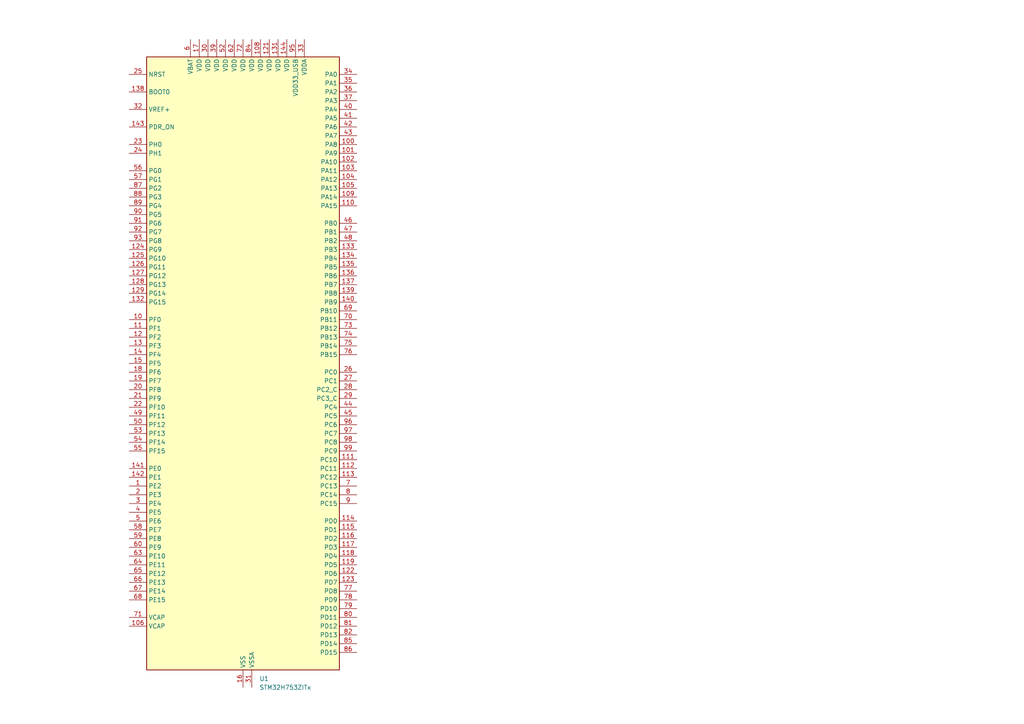
<source format=kicad_sch>
(kicad_sch (version 20231120) (generator "eeschema") (generator_version "8.0")
  (paper "A4")
  (lib_symbols
    (symbol "MCU_ST_STM32H7:STM32H753ZITx"
      (property "Reference" "U" (at -27.94 90.17 0))
      (property "Value" "STM32H753ZITx" (at 20.32 90.17 0))
      (symbol "STM32H753ZITx_0_1"
        (rectangle (start -27.94 -88.9) (end 27.94 88.9) (stroke (width 0.254)) (fill (type background)))
      )
      (symbol "STM32H753ZITx_1_1"
        (pin bidirectional line (at -33.02 -35.56 0) (length 5.08) (name "PE2") (number "1"))
        (pin bidirectional line (at -33.02 12.7 0) (length 5.08) (name "PF0") (number "10"))
        (pin bidirectional line (at 33.02 63.5 180) (length 5.08) (name "PA8") (number "100"))
        (pin bidirectional line (at 33.02 60.96 180) (length 5.08) (name "PA9") (number "101"))
        (pin bidirectional line (at 33.02 58.42 180) (length 5.08) (name "PA10") (number "102"))
        (pin bidirectional line (at 33.02 55.88 180) (length 5.08) (name "PA11") (number "103"))
        (pin bidirectional line (at 33.02 53.34 180) (length 5.08) (name "PA12") (number "104"))
        (pin bidirectional line (at 33.02 50.8 180) (length 5.08) (name "PA13") (number "105"))
        (pin power_out line (at -33.02 -76.2 0) (length 5.08) (name "VCAP") (number "106"))
        (pin passive line (at 0 -93.98 90) (length 5.08) hide (name "VSS") (number "107"))
        (pin power_in line (at 5.08 93.98 270) (length 5.08) (name "VDD") (number "108"))
        (pin bidirectional line (at 33.02 48.26 180) (length 5.08) (name "PA14") (number "109"))
        (pin bidirectional line (at -33.02 10.16 0) (length 5.08) (name "PF1") (number "11"))
        (pin bidirectional line (at 33.02 45.72 180) (length 5.08) (name "PA15") (number "110"))
        (pin bidirectional line (at 33.02 -27.94 180) (length 5.08) (name "PC10") (number "111"))
        (pin bidirectional line (at 33.02 -30.48 180) (length 5.08) (name "PC11") (number "112"))
        (pin bidirectional line (at 33.02 -33.02 180) (length 5.08) (name "PC12") (number "113"))
        (pin bidirectional line (at 33.02 -45.72 180) (length 5.08) (name "PD0") (number "114"))
        (pin bidirectional line (at 33.02 -48.26 180) (length 5.08) (name "PD1") (number "115"))
        (pin bidirectional line (at 33.02 -50.8 180) (length 5.08) (name "PD2") (number "116"))
        (pin bidirectional line (at 33.02 -53.34 180) (length 5.08) (name "PD3") (number "117"))
        (pin bidirectional line (at 33.02 -55.88 180) (length 5.08) (name "PD4") (number "118"))
        (pin bidirectional line (at 33.02 -58.42 180) (length 5.08) (name "PD5") (number "119"))
        (pin bidirectional line (at -33.02 7.62 0) (length 5.08) (name "PF2") (number "12"))
        (pin passive line (at 0 -93.98 90) (length 5.08) hide (name "VSS") (number "120"))
        (pin power_in line (at 7.62 93.98 270) (length 5.08) (name "VDD") (number "121"))
        (pin bidirectional line (at 33.02 -60.96 180) (length 5.08) (name "PD6") (number "122"))
        (pin bidirectional line (at 33.02 -63.5 180) (length 5.08) (name "PD7") (number "123"))
        (pin bidirectional line (at -33.02 33.02 0) (length 5.08) (name "PG9") (number "124"))
        (pin bidirectional line (at -33.02 30.48 0) (length 5.08) (name "PG10") (number "125"))
        (pin bidirectional line (at -33.02 27.94 0) (length 5.08) (name "PG11") (number "126"))
        (pin bidirectional line (at -33.02 25.4 0) (length 5.08) (name "PG12") (number "127"))
        (pin bidirectional line (at -33.02 22.86 0) (length 5.08) (name "PG13") (number "128"))
        (pin bidirectional line (at -33.02 20.32 0) (length 5.08) (name "PG14") (number "129"))
        (pin bidirectional line (at -33.02 5.08 0) (length 5.08) (name "PF3") (number "13"))
        (pin passive line (at 0 -93.98 90) (length 5.08) hide (name "VSS") (number "130"))
        (pin power_in line (at 10.16 93.98 270) (length 5.08) (name "VDD") (number "131"))
        (pin bidirectional line (at -33.02 17.78 0) (length 5.08) (name "PG15") (number "132"))
        (pin bidirectional line (at 33.02 33.02 180) (length 5.08) (name "PB3") (number "133"))
        (pin bidirectional line (at 33.02 30.48 180) (length 5.08) (name "PB4") (number "134"))
        (pin bidirectional line (at 33.02 27.94 180) (length 5.08) (name "PB5") (number "135"))
        (pin bidirectional line (at 33.02 25.4 180) (length 5.08) (name "PB6") (number "136"))
        (pin bidirectional line (at 33.02 22.86 180) (length 5.08) (name "PB7") (number "137"))
        (pin input line (at -33.02 78.74 0) (length 5.08) (name "BOOT0") (number "138"))
        (pin bidirectional line (at 33.02 20.32 180) (length 5.08) (name "PB8") (number "139"))
        (pin bidirectional line (at -33.02 2.54 0) (length 5.08) (name "PF4") (number "14"))
        (pin bidirectional line (at 33.02 17.78 180) (length 5.08) (name "PB9") (number "140"))
        (pin bidirectional line (at -33.02 -30.48 0) (length 5.08) (name "PE0") (number "141"))
        (pin bidirectional line (at -33.02 -33.02 0) (length 5.08) (name "PE1") (number "142"))
        (pin input line (at -33.02 68.58 0) (length 5.08) (name "PDR_ON") (number "143"))
        (pin power_in line (at 12.7 93.98 270) (length 5.08) (name "VDD") (number "144"))
        (pin bidirectional line (at -33.02 0 0) (length 5.08) (name "PF5") (number "15"))
        (pin power_in line (at 0 -93.98 90) (length 5.08) (name "VSS") (number "16"))
        (pin power_in line (at -12.7 93.98 270) (length 5.08) (name "VDD") (number "17"))
        (pin bidirectional line (at -33.02 -2.54 0) (length 5.08) (name "PF6") (number "18"))
        (pin bidirectional line (at -33.02 -5.08 0) (length 5.08) (name "PF7") (number "19"))
        (pin bidirectional line (at -33.02 -38.1 0) (length 5.08) (name "PE3") (number "2"))
        (pin bidirectional line (at -33.02 -7.62 0) (length 5.08) (name "PF8") (number "20"))
        (pin bidirectional line (at -33.02 -10.16 0) (length 5.08) (name "PF9") (number "21"))
        (pin bidirectional line (at -33.02 -12.7 0) (length 5.08) (name "PF10") (number "22"))
        (pin bidirectional line (at -33.02 63.5 0) (length 5.08) (name "PH0") (number "23"))
        (pin bidirectional line (at -33.02 60.96 0) (length 5.08) (name "PH1") (number "24"))
        (pin input line (at -33.02 83.82 0) (length 5.08) (name "NRST") (number "25"))
        (pin bidirectional line (at 33.02 -2.54 180) (length 5.08) (name "PC0") (number "26"))
        (pin bidirectional line (at 33.02 -5.08 180) (length 5.08) (name "PC1") (number "27"))
        (pin bidirectional line (at 33.02 -7.62 180) (length 5.08) (name "PC2_C") (number "28"))
        (pin bidirectional line (at 33.02 -10.16 180) (length 5.08) (name "PC3_C") (number "29"))
        (pin bidirectional line (at -33.02 -40.64 0) (length 5.08) (name "PE4") (number "3"))
        (pin power_in line (at -10.16 93.98 270) (length 5.08) (name "VDD") (number "30"))
        (pin power_in line (at 2.54 -93.98 90) (length 5.08) (name "VSSA") (number "31"))
        (pin input line (at -33.02 73.66 0) (length 5.08) (name "VREF+") (number "32"))
        (pin power_in line (at 17.78 93.98 270) (length 5.08) (name "VDDA") (number "33"))
        (pin bidirectional line (at 33.02 83.82 180) (length 5.08) (name "PA0") (number "34"))
        (pin bidirectional line (at 33.02 81.28 180) (length 5.08) (name "PA1") (number "35"))
        (pin bidirectional line (at 33.02 78.74 180) (length 5.08) (name "PA2") (number "36"))
        (pin bidirectional line (at 33.02 76.2 180) (length 5.08) (name "PA3") (number "37"))
        (pin passive line (at 0 -93.98 90) (length 5.08) hide (name "VSS") (number "38"))
        (pin power_in line (at -7.62 93.98 270) (length 5.08) (name "VDD") (number "39"))
        (pin bidirectional line (at -33.02 -43.18 0) (length 5.08) (name "PE5") (number "4"))
        (pin bidirectional line (at 33.02 73.66 180) (length 5.08) (name "PA4") (number "40"))
        (pin bidirectional line (at 33.02 71.12 180) (length 5.08) (name "PA5") (number "41"))
        (pin bidirectional line (at 33.02 68.58 180) (length 5.08) (name "PA6") (number "42"))
        (pin bidirectional line (at 33.02 66.04 180) (length 5.08) (name "PA7") (number "43"))
        (pin bidirectional line (at 33.02 -12.7 180) (length 5.08) (name "PC4") (number "44"))
        (pin bidirectional line (at 33.02 -15.24 180) (length 5.08) (name "PC5") (number "45"))
        (pin bidirectional line (at 33.02 40.64 180) (length 5.08) (name "PB0") (number "46"))
        (pin bidirectional line (at 33.02 38.1 180) (length 5.08) (name "PB1") (number "47"))
        (pin bidirectional line (at 33.02 35.56 180) (length 5.08) (name "PB2") (number "48"))
        (pin bidirectional line (at -33.02 -15.24 0) (length 5.08) (name "PF11") (number "49"))
        (pin bidirectional line (at -33.02 -45.72 0) (length 5.08) (name "PE6") (number "5"))
        (pin bidirectional line (at -33.02 -17.78 0) (length 5.08) (name "PF12") (number "50"))
        (pin passive line (at 0 -93.98 90) (length 5.08) hide (name "VSS") (number "51"))
        (pin power_in line (at -5.08 93.98 270) (length 5.08) (name "VDD") (number "52"))
        (pin bidirectional line (at -33.02 -20.32 0) (length 5.08) (name "PF13") (number "53"))
        (pin bidirectional line (at -33.02 -22.86 0) (length 5.08) (name "PF14") (number "54"))
        (pin bidirectional line (at -33.02 -25.4 0) (length 5.08) (name "PF15") (number "55"))
        (pin bidirectional line (at -33.02 55.88 0) (length 5.08) (name "PG0") (number "56"))
        (pin bidirectional line (at -33.02 53.34 0) (length 5.08) (name "PG1") (number "57"))
        (pin bidirectional line (at -33.02 -48.26 0) (length 5.08) (name "PE7") (number "58"))
        (pin bidirectional line (at -33.02 -50.8 0) (length 5.08) (name "PE8") (number "59"))
        (pin power_in line (at -15.24 93.98 270) (length 5.08) (name "VBAT") (number "6"))
        (pin bidirectional line (at -33.02 -53.34 0) (length 5.08) (name "PE9") (number "60"))
        (pin passive line (at 0 -93.98 90) (length 5.08) hide (name "VSS") (number "61"))
        (pin power_in line (at -2.54 93.98 270) (length 5.08) (name "VDD") (number "62"))
        (pin bidirectional line (at -33.02 -55.88 0) (length 5.08) (name "PE10") (number "63"))
        (pin bidirectional line (at -33.02 -58.42 0) (length 5.08) (name "PE11") (number "64"))
        (pin bidirectional line (at -33.02 -60.96 0) (length 5.08) (name "PE12") (number "65"))
        (pin bidirectional line (at -33.02 -63.5 0) (length 5.08) (name "PE13") (number "66"))
        (pin bidirectional line (at -33.02 -66.04 0) (length 5.08) (name "PE14") (number "67"))
        (pin bidirectional line (at -33.02 -68.58 0) (length 5.08) (name "PE15") (number "68"))
        (pin bidirectional line (at 33.02 15.24 180) (length 5.08) (name "PB10") (number "69"))
        (pin bidirectional line (at 33.02 -35.56 180) (length 5.08) (name "PC13") (number "7"))
        (pin bidirectional line (at 33.02 12.7 180) (length 5.08) (name "PB11") (number "70"))
        (pin power_out line (at -33.02 -73.66 0) (length 5.08) (name "VCAP") (number "71"))
        (pin power_in line (at 0 93.98 270) (length 5.08) (name "VDD") (number "72"))
        (pin bidirectional line (at 33.02 10.16 180) (length 5.08) (name "PB12") (number "73"))
        (pin bidirectional line (at 33.02 7.62 180) (length 5.08) (name "PB13") (number "74"))
        (pin bidirectional line (at 33.02 5.08 180) (length 5.08) (name "PB14") (number "75"))
        (pin bidirectional line (at 33.02 2.54 180) (length 5.08) (name "PB15") (number "76"))
        (pin bidirectional line (at 33.02 -66.04 180) (length 5.08) (name "PD8") (number "77"))
        (pin bidirectional line (at 33.02 -68.58 180) (length 5.08) (name "PD9") (number "78"))
        (pin bidirectional line (at 33.02 -71.12 180) (length 5.08) (name "PD10") (number "79"))
        (pin bidirectional line (at 33.02 -38.1 180) (length 5.08) (name "PC14") (number "8"))
        (pin bidirectional line (at 33.02 -73.66 180) (length 5.08) (name "PD11") (number "80"))
        (pin bidirectional line (at 33.02 -76.2 180) (length 5.08) (name "PD12") (number "81"))
        (pin bidirectional line (at 33.02 -78.74 180) (length 5.08) (name "PD13") (number "82"))
        (pin passive line (at 0 -93.98 90) (length 5.08) hide (name "VSS") (number "83"))
        (pin power_in line (at 2.54 93.98 270) (length 5.08) (name "VDD") (number "84"))
        (pin bidirectional line (at 33.02 -81.28 180) (length 5.08) (name "PD14") (number "85"))
        (pin bidirectional line (at 33.02 -83.82 180) (length 5.08) (name "PD15") (number "86"))
        (pin bidirectional line (at -33.02 50.8 0) (length 5.08) (name "PG2") (number "87"))
        (pin bidirectional line (at -33.02 48.26 0) (length 5.08) (name "PG3") (number "88"))
        (pin bidirectional line (at -33.02 45.72 0) (length 5.08) (name "PG4") (number "89"))
        (pin bidirectional line (at 33.02 -40.64 180) (length 5.08) (name "PC15") (number "9"))
        (pin bidirectional line (at -33.02 43.18 0) (length 5.08) (name "PG5") (number "90"))
        (pin bidirectional line (at -33.02 40.64 0) (length 5.08) (name "PG6") (number "91"))
        (pin bidirectional line (at -33.02 38.1 0) (length 5.08) (name "PG7") (number "92"))
        (pin bidirectional line (at -33.02 35.56 0) (length 5.08) (name "PG8") (number "93"))
        (pin passive line (at 0 -93.98 90) (length 5.08) hide (name "VSS") (number "94"))
        (pin power_in line (at 15.24 93.98 270) (length 5.08) (name "VDD33_USB") (number "95"))
        (pin bidirectional line (at 33.02 -17.78 180) (length 5.08) (name "PC6") (number "96"))
        (pin bidirectional line (at 33.02 -20.32 180) (length 5.08) (name "PC7") (number "97"))
        (pin bidirectional line (at 33.02 -22.86 180) (length 5.08) (name "PC8") (number "98"))
        (pin bidirectional line (at 33.02 -25.4 180) (length 5.08) (name "PC9") (number "99"))
      )
    )
  )
  (symbol (lib_id "MCU_ST_STM32H7:STM32H753ZITx") (at 70.485 105.41 0) (unit 1)
    (property "Reference" "U1" (at 75.2191 196.85 0) (effects (justify left)))
    (property "Value" "STM32H753ZITx" (at 75.2191 199.39 0) (effects (justify left)))
    (property "Footprint" "Package_QFP:LQFP-144_20x20mm_P0.5mm" (effects (hide yes)))
    (property "Datasheet" "https://www.st.com/resource/en/datasheet/stm32h753zi.pdf" (effects (hide yes)))
    (property "Description" "STMicroelectronics Arm Cortex-M7 MCU, 2048KB flash, 1024KB RAM, 480 MHz, 1.62-3.6V, 114 GPIO, LQFP144" (effects (hide yes)))
  )
)
</source>
